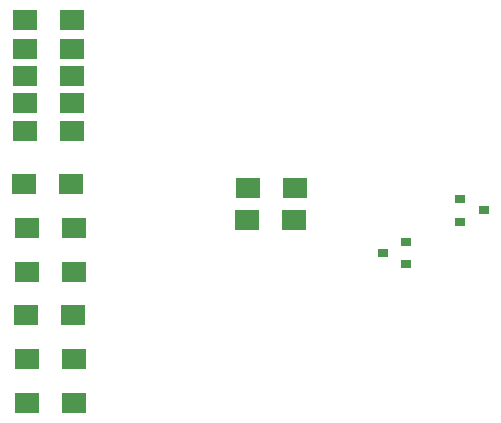
<source format=gbr>
G04 #@! TF.FileFunction,Paste,Bot*
%FSLAX46Y46*%
G04 Gerber Fmt 4.6, Leading zero omitted, Abs format (unit mm)*
G04 Created by KiCad (PCBNEW 4.0.7) date 06/18/18 23:10:01*
%MOMM*%
%LPD*%
G01*
G04 APERTURE LIST*
%ADD10C,0.100000*%
%ADD11R,0.900000X0.800000*%
%ADD12R,2.000000X1.700000*%
G04 APERTURE END LIST*
D10*
D11*
X80100000Y-43150000D03*
X80100000Y-41250000D03*
X82100000Y-42200000D03*
X75500000Y-44850000D03*
X75500000Y-46750000D03*
X73500000Y-45800000D03*
D12*
X43400000Y-58500000D03*
X47400000Y-58500000D03*
X43400000Y-47400000D03*
X47400000Y-47400000D03*
X43400000Y-54800000D03*
X47400000Y-54800000D03*
X43400000Y-43700000D03*
X47400000Y-43700000D03*
X43300000Y-51100000D03*
X47300000Y-51100000D03*
X43125000Y-39975000D03*
X47125000Y-39975000D03*
X66100000Y-40300000D03*
X62100000Y-40300000D03*
X66000000Y-43000000D03*
X62000000Y-43000000D03*
X43200000Y-35500000D03*
X47200000Y-35500000D03*
X43200000Y-33100000D03*
X47200000Y-33100000D03*
X43200000Y-30800000D03*
X47200000Y-30800000D03*
X43200000Y-28500000D03*
X47200000Y-28500000D03*
X43200000Y-26100000D03*
X47200000Y-26100000D03*
M02*

</source>
